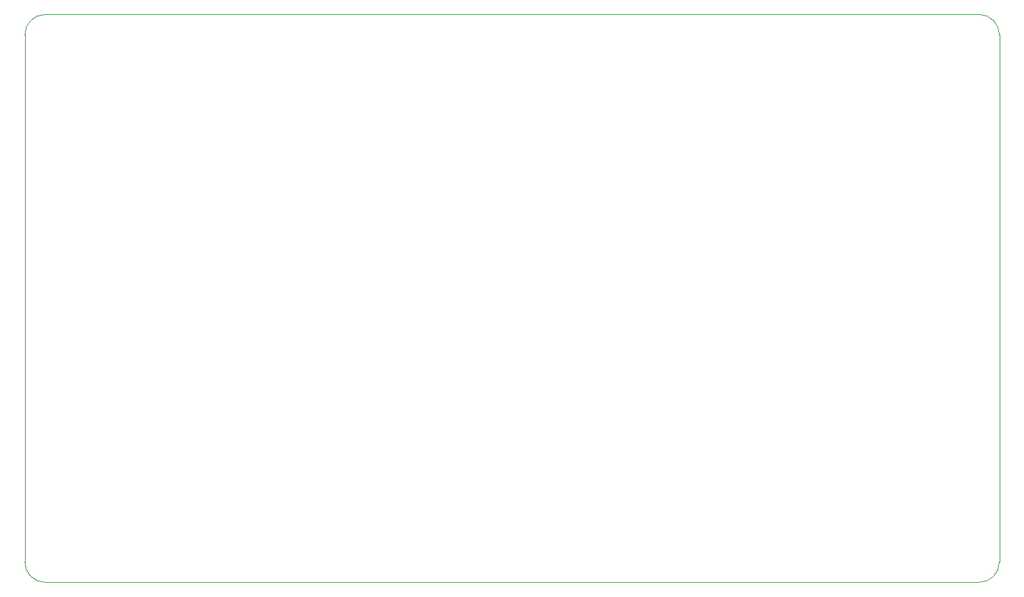
<source format=gbr>
%TF.GenerationSoftware,KiCad,Pcbnew,7.0.7*%
%TF.CreationDate,2023-11-14T16:57:36+01:00*%
%TF.ProjectId,ssr25router,73737232-3572-46f7-9574-65722e6b6963,rev?*%
%TF.SameCoordinates,Original*%
%TF.FileFunction,Profile,NP*%
%FSLAX46Y46*%
G04 Gerber Fmt 4.6, Leading zero omitted, Abs format (unit mm)*
G04 Created by KiCad (PCBNEW 7.0.7) date 2023-11-14 16:57:36*
%MOMM*%
%LPD*%
G01*
G04 APERTURE LIST*
%TA.AperFunction,Profile*%
%ADD10C,0.100000*%
%TD*%
G04 APERTURE END LIST*
D10*
X33020000Y-38100000D02*
X149860000Y-38100000D01*
X152400000Y-40640000D02*
X152400000Y-106680000D01*
X33020000Y-38100000D02*
G75*
G03*
X30480000Y-40640000I0J-2540000D01*
G01*
X149860000Y-109220000D02*
X33020000Y-109220000D01*
X30480000Y-106680000D02*
G75*
G03*
X33020000Y-109220000I2540000J0D01*
G01*
X152400000Y-40640000D02*
G75*
G03*
X149860000Y-38100000I-2540000J0D01*
G01*
X30480000Y-106680000D02*
X30480000Y-40640000D01*
X149860000Y-109220000D02*
G75*
G03*
X152400000Y-106680000I0J2540000D01*
G01*
M02*

</source>
